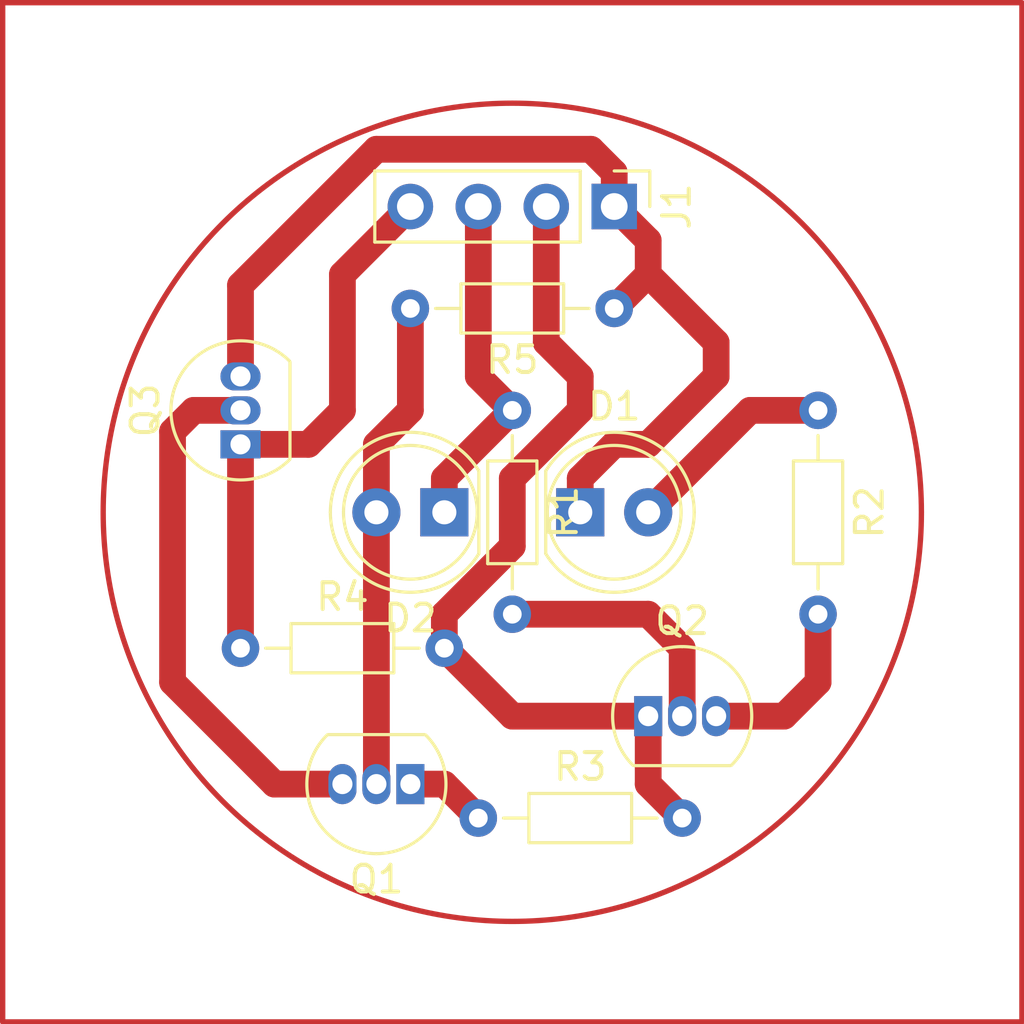
<source format=kicad_pcb>
(kicad_pcb (version 20240108) (generator "pcbnew") (generator_version "8.0")
  (layers (0 "F.Cu" signal) (31 "B.Cu" signal) (34 "B.Paste" user) (35 "F.Paste" user) (36 "B.SilkS" user "B.Silkscreen") (37 "F.SilkS" user "F.Silkscreen") (38 "B.Mask" user) (39 "F.Mask" user) (44 "Edge.Cuts" user))
  (net 0 "")
  (net 1 "GND")
  (net 2 "Net-(D1-A)")
  (net 3 "Net-(D2-A)")
  (net 4 "Tx")
  (net 5 "Rx")
  (net 6 "+5V")
  (net 7 "Net-(Q1-E)")
  (net 8 "Net-(Q1-C)")
  (net 9 "Net-(Q2-E)")
  (net 10 "Net-(Q2-B)")
  (footprint "Resistor_THT:R_Axial_DIN0204_L3.6mm_D1.6mm_P7.62mm_Horizontal" (layer "F.Cu") (at 116.84 93.98)
    (property "Reference" "R4" (at 3.81 -1.92 0) (layer "F.SilkS"))
    (property "Value" "10k")
    (fp_line (start 0.94 0) (end 1.89 0) (stroke (width 0.12)) (layer "F.SilkS"))
    (fp_line (start 1.89 -0.92) (end 1.89 0.92) (stroke (width 0.12)) (layer "F.SilkS"))
    (fp_line (start 1.89 0.92) (end 5.73 0.92) (stroke (width 0.12)) (layer "F.SilkS"))
    (fp_line (start 5.73 -0.92) (end 1.89 -0.92) (stroke (width 0.12)) (layer "F.SilkS"))
    (fp_line (start 5.73 0.92) (end 5.73 -0.92) (stroke (width 0.12)) (layer "F.SilkS"))
    (fp_line (start 6.68 0) (end 5.73 0) (stroke (width 0.12)) (layer "F.SilkS"))
    (pad "1" thru_hole circle (at 0 0) (size 1.4 1.4) (drill 0.7) (layers "*.Cu" "*.Mask") (net 5 "Rx"))
    (pad "2" thru_hole oval (at 7.62 0) (size 1.4 1.4) (drill 0.7) (layers "*.Cu" "*.Mask") (net 6 "+5V"))
  )
  (footprint "Package_TO_SOT_THT:TO-92_Inline" (layer "F.Cu") (at 123.19 99.06 180)
    (property "Reference" "Q1" (at 1.27 -3.56 0) (layer "F.SilkS"))
    (property "Value" "BC547")
    (fp_line (start -0.53 1.85) (end 3.07 1.85) (stroke (width 0.12)) (layer "F.SilkS"))
    (fp_arc (start 1.27 -2.6) (mid 3.672087 -0.994977) (end 3.108478 1.838478) (stroke (width 0.12)) (layer "F.SilkS"))
    (fp_arc (start -0.568478 1.838478) (mid -1.132087 -0.994977) (end 1.27 -2.6) (stroke (width 0.12)) (layer "F.SilkS"))
    (pad "1" thru_hole rect (at 0 0 180) (size 1.05 1.5) (drill 0.75) (layers "*.Cu" "*.Mask") (net 8 "Net-(Q1-C)"))
    (pad "2" thru_hole oval (at 1.27 0 180) (size 1.05 1.5) (drill 0.75) (layers "*.Cu" "*.Mask") (net 3 "Net-(D2-A)"))
    (pad "3" thru_hole oval (at 2.54 0 180) (size 1.05 1.5) (drill 0.75) (layers "*.Cu" "*.Mask") (net 7 "Net-(Q1-E)"))
  )
  (footprint "Connector_PinHeader_2.54mm:PinHeader_1x04_P2.54mm_Vertical" (layer "F.Cu") (at 130.81 77.47 -90)
    (property "Reference" "J1" (at 0 -2.33 90) (layer "F.SilkS"))
    (property "Value" "Conn_01x04")
    (fp_line (start -1.33 8.95) (end 1.33 8.95) (stroke (width 0.12)) (layer "F.SilkS"))
    (fp_line (start -1.33 1.27) (end -1.33 8.95) (stroke (width 0.12)) (layer "F.SilkS"))
    (fp_line (start -1.33 1.27) (end 1.33 1.27) (stroke (width 0.12)) (layer "F.SilkS"))
    (fp_line (start 1.33 1.27) (end 1.33 8.95) (stroke (width 0.12)) (layer "F.SilkS"))
    (fp_line (start -1.33 0) (end -1.33 -1.33) (stroke (width 0.12)) (layer "F.SilkS"))
    (fp_line (start -1.33 -1.33) (end 0 -1.33) (stroke (width 0.12)) (layer "F.SilkS"))
    (pad "1" thru_hole rect (at 0 0 270) (size 1.7 1.7) (drill 1) (layers "*.Cu" "*.Mask") (net 1 "GND"))
    (pad "2" thru_hole oval (at 0 2.54 270) (size 1.7 1.7) (drill 1) (layers "*.Cu" "*.Mask") (net 6 "+5V"))
    (pad "3" thru_hole oval (at 0 5.08 270) (size 1.7 1.7) (drill 1) (layers "*.Cu" "*.Mask") (net 4 "Tx"))
    (pad "4" thru_hole oval (at 0 7.62 270) (size 1.7 1.7) (drill 1) (layers "*.Cu" "*.Mask") (net 5 "Rx"))
  )
  (footprint "Package_TO_SOT_THT:TO-92_Inline" (layer "F.Cu") (at 132.08 96.52)
    (property "Reference" "Q2" (at 1.27 -3.56 0) (layer "F.SilkS"))
    (property "Value" "BC557")
    (fp_line (start -0.53 1.85) (end 3.07 1.85) (stroke (width 0.12)) (layer "F.SilkS"))
    (fp_arc (start -0.568478 1.838478) (mid -1.132087 -0.994977) (end 1.27 -2.6) (stroke (width 0.12)) (layer "F.SilkS"))
    (fp_arc (start 1.27 -2.6) (mid 3.672087 -0.994977) (end 3.108478 1.838478) (stroke (width 0.12)) (layer "F.SilkS"))
    (pad "1" thru_hole rect (at 0 0) (size 1.05 1.5) (drill 0.75) (layers "*.Cu" "*.Mask") (net 6 "+5V"))
    (pad "2" thru_hole oval (at 1.27 0) (size 1.05 1.5) (drill 0.75) (layers "*.Cu" "*.Mask") (net 10 "Net-(Q2-B)"))
    (pad "3" thru_hole oval (at 2.54 0) (size 1.05 1.5) (drill 0.75) (layers "*.Cu" "*.Mask") (net 9 "Net-(Q2-E)"))
  )
  (footprint "Resistor_THT:R_Axial_DIN0204_L3.6mm_D1.6mm_P7.62mm_Horizontal" (layer "F.Cu") (at 127 85.09 -90)
    (property "Reference" "R1" (at 3.81 -1.92 90) (layer "F.SilkS"))
    (property "Value" "39k")
    (fp_line (start 1.89 0.92) (end 5.73 0.92) (stroke (width 0.12)) (layer "F.SilkS"))
    (fp_line (start 5.73 0.92) (end 5.73 -0.92) (stroke (width 0.12)) (layer "F.SilkS"))
    (fp_line (start 0.94 0) (end 1.89 0) (stroke (width 0.12)) (layer "F.SilkS"))
    (fp_line (start 6.68 0) (end 5.73 0) (stroke (width 0.12)) (layer "F.SilkS"))
    (fp_line (start 1.89 -0.92) (end 1.89 0.92) (stroke (width 0.12)) (layer "F.SilkS"))
    (fp_line (start 5.73 -0.92) (end 1.89 -0.92) (stroke (width 0.12)) (layer "F.SilkS"))
    (pad "1" thru_hole circle (at 0 0 270) (size 1.4 1.4) (drill 0.7) (layers "*.Cu" "*.Mask") (net 4 "Tx"))
    (pad "2" thru_hole oval (at 7.62 0 270) (size 1.4 1.4) (drill 0.7) (layers "*.Cu" "*.Mask") (net 10 "Net-(Q2-B)"))
  )
  (footprint "LED_THT:LED_D5.0mm_IRGrey" (layer "F.Cu") (at 124.46 88.9 180)
    (property "Reference" "D2" (at 1.27 -3.96 0) (layer "F.SilkS"))
    (property "Value" "SFH203FA")
    (fp_line (start -1.29 -1.545) (end -1.29 1.545) (stroke (width 0.12)) (layer "F.SilkS"))
    (fp_arc (start 4.26 -0.000462) (mid 2.072002 2.880433) (end -1.29 1.54483) (stroke (width 0.12)) (layer "F.SilkS"))
    (fp_arc (start -1.29 -1.54483) (mid 2.072002 -2.880433) (end 4.26 0.000462) (stroke (width 0.12)) (layer "F.SilkS"))
    (fp_circle (center 1.27 0) (end 3.77 0) (stroke (width 0.12)) (fill none) (layer "F.SilkS"))
    (pad "1" thru_hole rect (at 0 0 180) (size 1.8 1.8) (drill 0.9) (layers "*.Cu" "*.Mask") (net 4 "Tx"))
    (pad "2" thru_hole circle (at 2.54 0 180) (size 1.8 1.8) (drill 0.9) (layers "*.Cu" "*.Mask") (net 3 "Net-(D2-A)"))
  )
  (footprint "Resistor_THT:R_Axial_DIN0204_L3.6mm_D1.6mm_P7.62mm_Horizontal" (layer "F.Cu") (at 138.43 85.09 -90)
    (property "Reference" "R2" (at 3.81 -1.92 90) (layer "F.SilkS"))
    (property "Value" "220")
    (fp_line (start 1.89 0.92) (end 5.73 0.92) (stroke (width 0.12)) (layer "F.SilkS"))
    (fp_line (start 5.73 0.92) (end 5.73 -0.92) (stroke (width 0.12)) (layer "F.SilkS"))
    (fp_line (start 0.94 0) (end 1.89 0) (stroke (width 0.12)) (layer "F.SilkS"))
    (fp_line (start 6.68 0) (end 5.73 0) (stroke (width 0.12)) (layer "F.SilkS"))
    (fp_line (start 1.89 -0.92) (end 1.89 0.92) (stroke (width 0.12)) (layer "F.SilkS"))
    (fp_line (start 5.73 -0.92) (end 1.89 -0.92) (stroke (width 0.12)) (layer "F.SilkS"))
    (pad "1" thru_hole circle (at 0 0 270) (size 1.4 1.4) (drill 0.7) (layers "*.Cu" "*.Mask") (net 2 "Net-(D1-A)"))
    (pad "2" thru_hole oval (at 7.62 0 270) (size 1.4 1.4) (drill 0.7) (layers "*.Cu" "*.Mask") (net 9 "Net-(Q2-E)"))
  )
  (footprint "Package_TO_SOT_THT:TO-92_Inline" (layer "F.Cu") (at 116.84 86.36 90)
    (property "Reference" "Q3" (at 1.27 -3.56 90) (layer "F.SilkS"))
    (property "Value" "BC547")
    (fp_line (start -0.53 1.85) (end 3.07 1.85) (stroke (width 0.12)) (layer "F.SilkS"))
    (fp_arc (start 1.27 -2.6) (mid 3.672087 -0.994977) (end 3.108478 1.838478) (stroke (width 0.12)) (layer "F.SilkS"))
    (fp_arc (start -0.568478 1.838478) (mid -1.132087 -0.994977) (end 1.27 -2.6) (stroke (width 0.12)) (layer "F.SilkS"))
    (pad "1" thru_hole rect (at 0 0 90) (size 1.05 1.5) (drill 0.75) (layers "*.Cu" "*.Mask") (net 5 "Rx"))
    (pad "2" thru_hole oval (at 1.27 0 90) (size 1.05 1.5) (drill 0.75) (layers "*.Cu" "*.Mask") (net 7 "Net-(Q1-E)"))
    (pad "3" thru_hole oval (at 2.54 0 90) (size 1.05 1.5) (drill 0.75) (layers "*.Cu" "*.Mask") (net 1 "GND"))
  )
  (footprint "Resistor_THT:R_Axial_DIN0204_L3.6mm_D1.6mm_P7.62mm_Horizontal" (layer "F.Cu") (at 130.81 81.28 180)
    (property "Reference" "R5" (at 3.81 -1.92 0) (layer "F.SilkS"))
    (property "Value" "15k")
    (fp_line (start 6.68 0) (end 5.73 0) (stroke (width 0.12)) (layer "F.SilkS"))
    (fp_line (start 5.73 0.92) (end 5.73 -0.92) (stroke (width 0.12)) (layer "F.SilkS"))
    (fp_line (start 5.73 -0.92) (end 1.89 -0.92) (stroke (width 0.12)) (layer "F.SilkS"))
    (fp_line (start 1.89 0.92) (end 5.73 0.92) (stroke (width 0.12)) (layer "F.SilkS"))
    (fp_line (start 1.89 -0.92) (end 1.89 0.92) (stroke (width 0.12)) (layer "F.SilkS"))
    (fp_line (start 0.94 0) (end 1.89 0) (stroke (width 0.12)) (layer "F.SilkS"))
    (pad "1" thru_hole circle (at 0 0 180) (size 1.4 1.4) (drill 0.7) (layers "*.Cu" "*.Mask") (net 1 "GND"))
    (pad "2" thru_hole oval (at 7.62 0 180) (size 1.4 1.4) (drill 0.7) (layers "*.Cu" "*.Mask") (net 3 "Net-(D2-A)"))
  )
  (footprint "LED_THT:LED_D5.0mm_IRGrey" (layer "F.Cu") (at 129.54 88.9)
    (property "Reference" "D1" (at 1.27 -3.96 0) (layer "F.SilkS"))
    (property "Value" "IR204A")
    (fp_line (start -1.29 -1.545) (end -1.29 1.545) (stroke (width 0.12)) (layer "F.SilkS"))
    (fp_arc (start -1.29 -1.54483) (mid 2.072002 -2.880433) (end 4.26 0.000462) (stroke (width 0.12)) (layer "F.SilkS"))
    (fp_arc (start 4.26 -0.000462) (mid 2.072002 2.880433) (end -1.29 1.54483) (stroke (width 0.12)) (layer "F.SilkS"))
    (fp_circle (center 1.27 0) (end 3.77 0) (stroke (width 0.12)) (fill none) (layer "F.SilkS"))
    (pad "1" thru_hole rect (at 0 0) (size 1.8 1.8) (drill 0.9) (layers "*.Cu" "*.Mask") (net 1 "GND"))
    (pad "2" thru_hole circle (at 2.54 0) (size 1.8 1.8) (drill 0.9) (layers "*.Cu" "*.Mask") (net 2 "Net-(D1-A)"))
  )
  (footprint "Resistor_THT:R_Axial_DIN0204_L3.6mm_D1.6mm_P7.62mm_Horizontal" (layer "F.Cu") (at 125.73 100.33)
    (property "Reference" "R3" (at 3.81 -1.92 0) (layer "F.SilkS"))
    (property "Value" "10k")
    (fp_line (start 0.94 0) (end 1.89 0) (stroke (width 0.12)) (layer "F.SilkS"))
    (fp_line (start 1.89 -0.92) (end 1.89 0.92) (stroke (width 0.12)) (layer "F.SilkS"))
    (fp_line (start 1.89 0.92) (end 5.73 0.92) (stroke (width 0.12)) (layer "F.SilkS"))
    (fp_line (start 5.73 -0.92) (end 1.89 -0.92) (stroke (width 0.12)) (layer "F.SilkS"))
    (fp_line (start 5.73 0.92) (end 5.73 -0.92) (stroke (width 0.12)) (layer "F.SilkS"))
    (fp_line (start 6.68 0) (end 5.73 0) (stroke (width 0.12)) (layer "F.SilkS"))
    (pad "1" thru_hole circle (at 0 0) (size 1.4 1.4) (drill 0.7) (layers "*.Cu" "*.Mask") (net 8 "Net-(Q1-C)"))
    (pad "2" thru_hole oval (at 7.62 0) (size 1.4 1.4) (drill 0.7) (layers "*.Cu" "*.Mask") (net 6 "+5V"))
  )
  (gr_circle (center 127 88.9) (end 138.43 78.74) (stroke (width 0.2)) (fill none) (layer "F.Cu") (net 8))
  (gr_rect (start 107.95 69.85) (end 146.05 107.95) (stroke (width 0.2)) (fill none) (layer "F.Cu"))
  (segment (start 116.84 83.82) (end 116.84 80.410328) (width 1) (layer "F.Cu") (net 1))
  (segment (start 134.62 83.82) (end 132.08 86.36) (width 1) (layer "F.Cu") (net 1))
  (segment (start 132.08 80.01) (end 134.62 82.55) (width 1) (layer "F.Cu") (net 1))
  (segment (start 129.940328 75.330328) (end 130.81 76.2) (width 1) (layer "F.Cu") (net 1))
  (segment (start 132.08 86.36) (end 130.81 86.36) (width 1) (layer "F.Cu") (net 1))
  (segment (start 130.81 76.2) (end 130.81 77.47) (width 1) (layer "F.Cu") (net 1))
  (segment (start 130.81 86.36) (end 129.54 87.63) (width 1) (layer "F.Cu") (net 1))
  (segment (start 129.54 87.63) (end 129.54 88.9) (width 1) (layer "F.Cu") (net 1))
  (segment (start 132.08 78.74) (end 130.81 77.47) (width 1) (layer "F.Cu") (net 1))
  (segment (start 116.84 80.410328) (end 121.92 75.330328) (width 1) (layer "F.Cu") (net 1))
  (segment (start 130.81 81.28) (end 132.08 80.01) (width 1) (layer "F.Cu") (net 1))
  (segment (start 134.62 82.55) (end 134.62 83.82) (width 1) (layer "F.Cu") (net 1))
  (segment (start 132.08 80.01) (end 132.08 78.74) (width 1) (layer "F.Cu") (net 1))
  (segment (start 121.92 75.330328) (end 129.940328 75.330328) (width 1) (layer "F.Cu") (net 1))
  (segment (start 135.89 85.09) (end 138.43 85.09) (width 1) (layer "F.Cu") (net 2))
  (segment (start 132.08 88.9) (end 135.89 85.09) (width 1) (layer "F.Cu") (net 2))
  (segment (start 123.19 85.09) (end 121.92 86.36) (width 1) (layer "F.Cu") (net 3))
  (segment (start 123.19 81.28) (end 123.19 85.09) (width 1) (layer "F.Cu") (net 3))
  (segment (start 121.92 88.9) (end 121.92 99.06) (width 1) (layer "F.Cu") (net 3))
  (segment (start 121.92 86.36) (end 121.92 88.9) (width 1) (layer "F.Cu") (net 3))
  (segment (start 124.46 87.63) (end 127 85.09) (width 1) (layer "F.Cu") (net 4))
  (segment (start 124.46 88.9) (end 124.46 87.63) (width 1) (layer "F.Cu") (net 4))
  (segment (start 125.73 83.82) (end 127 85.09) (width 1) (layer "F.Cu") (net 4))
  (segment (start 125.73 77.47) (end 125.73 83.82) (width 1) (layer "F.Cu") (net 4))
  (segment (start 120.65 85.09) (end 120.65 80.01) (width 1) (layer "F.Cu") (net 5))
  (segment (start 116.84 86.36) (end 119.38 86.36) (width 1) (layer "F.Cu") (net 5))
  (segment (start 120.65 80.01) (end 123.19 77.47) (width 1) (layer "F.Cu") (net 5))
  (segment (start 116.84 93.98) (end 116.84 86.36) (width 1) (layer "F.Cu") (net 5))
  (segment (start 119.38 86.36) (end 120.65 85.09) (width 1) (layer "F.Cu") (net 5))
  (segment (start 128.27 82.55) (end 128.27 77.47) (width 1) (layer "F.Cu") (net 6))
  (segment (start 129.54 85.09) (end 129.54 83.82) (width 1) (layer "F.Cu") (net 6))
  (segment (start 124.46 92.71) (end 127 90.17) (width 1) (layer "F.Cu") (net 6))
  (segment (start 132.08 96.52) (end 127 96.52) (width 1) (layer "F.Cu") (net 6))
  (segment (start 132.08 99.06) (end 132.08 96.52) (width 1) (layer "F.Cu") (net 6))
  (segment (start 127 90.17) (end 127 87.63) (width 1) (layer "F.Cu") (net 6))
  (segment (start 127 96.52) (end 124.46 93.98) (width 1) (layer "F.Cu") (net 6))
  (segment (start 127 87.63) (end 129.54 85.09) (width 1) (layer "F.Cu") (net 6))
  (segment (start 129.54 83.82) (end 128.27 82.55) (width 1) (layer "F.Cu") (net 6))
  (segment (start 124.46 93.98) (end 124.46 92.71) (width 1) (layer "F.Cu") (net 6))
  (segment (start 133.35 100.33) (end 132.08 99.06) (width 1) (layer "F.Cu") (net 6))
  (segment (start 120.65 99.06) (end 118.11 99.06) (width 1) (layer "F.Cu") (net 7))
  (segment (start 114.3 85.88) (end 115.09 85.09) (width 1) (layer "F.Cu") (net 7))
  (segment (start 118.11 99.06) (end 114.3 95.25) (width 1) (layer "F.Cu") (net 7))
  (segment (start 115.09 85.09) (end 116.84 85.09) (width 1) (layer "F.Cu") (net 7))
  (segment (start 114.3 95.25) (end 114.3 85.88) (width 1) (layer "F.Cu") (net 7))
  (segment (start 123.19 99.06) (end 124.46 99.06) (width 1) (layer "F.Cu") (net 8))
  (segment (start 124.46 99.06) (end 125.73 100.33) (width 1) (layer "F.Cu") (net 8))
  (segment (start 138.43 95.25) (end 138.43 92.71) (width 1) (layer "F.Cu") (net 9))
  (segment (start 134.62 96.52) (end 137.16 96.52) (width 1) (layer "F.Cu") (net 9))
  (segment (start 137.16 96.52) (end 138.43 95.25) (width 1) (layer "F.Cu") (net 9))
  (segment (start 133.35 96.52) (end 133.35 93.98) (width 1) (layer "F.Cu") (net 10))
  (segment (start 132.08 92.71) (end 127 92.71) (width 1) (layer "F.Cu") (net 10))
  (segment (start 133.35 93.98) (end 132.08 92.71) (width 1) (layer "F.Cu") (net 10))
)
</source>
